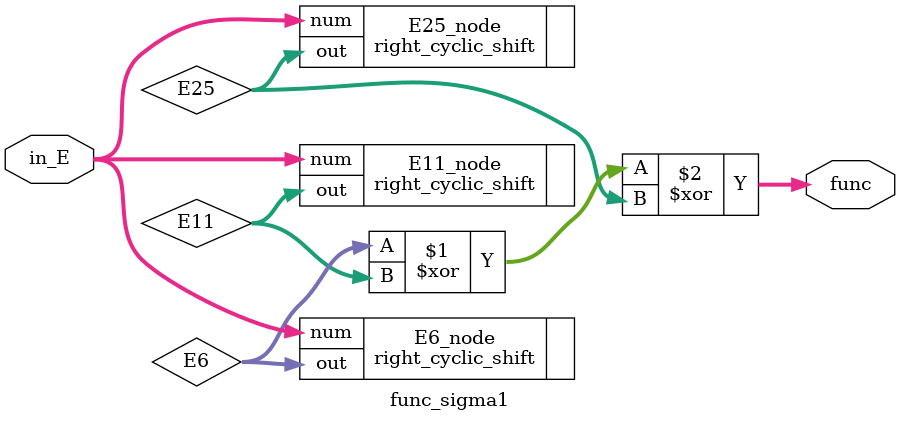
<source format=v>
`timescale 1ns / 1ps
`include "right_cyclic_shift.v"
module func_sigma1(in_E, func);

	input wire[31:0] in_E;
	output wire[31:0] func;
	
	wire[31:0] E6, E11, E25;
	
	right_cyclic_shift #(6) 
	E6_node( .out (E6), .num (in_E));

	right_cyclic_shift #(11) 
	E11_node( .out (E11), .num (in_E));

	right_cyclic_shift #(25) 
	E25_node( .out (E25), .num (in_E));	
	
	assign func = E6 ^ E11 ^ E25;

endmodule

</source>
